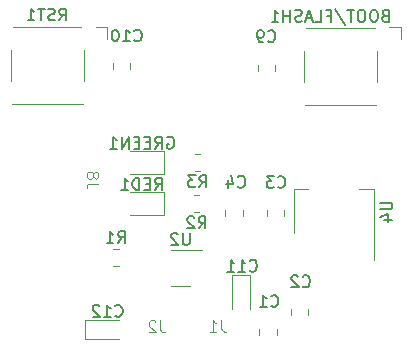
<source format=gbr>
%TF.GenerationSoftware,KiCad,Pcbnew,7.0.5*%
%TF.CreationDate,2024-06-06T18:36:07+01:00*%
%TF.ProjectId,smartwatch,736d6172-7477-4617-9463-682e6b696361,rev?*%
%TF.SameCoordinates,Original*%
%TF.FileFunction,Legend,Bot*%
%TF.FilePolarity,Positive*%
%FSLAX46Y46*%
G04 Gerber Fmt 4.6, Leading zero omitted, Abs format (unit mm)*
G04 Created by KiCad (PCBNEW 7.0.5) date 2024-06-06 18:36:07*
%MOMM*%
%LPD*%
G01*
G04 APERTURE LIST*
%ADD10C,0.150000*%
%ADD11C,0.100000*%
%ADD12C,0.120000*%
G04 APERTURE END LIST*
D10*
%TO.C,U4*%
X61284819Y-48138095D02*
X62094342Y-48138095D01*
X62094342Y-48138095D02*
X62189580Y-48185714D01*
X62189580Y-48185714D02*
X62237200Y-48233333D01*
X62237200Y-48233333D02*
X62284819Y-48328571D01*
X62284819Y-48328571D02*
X62284819Y-48519047D01*
X62284819Y-48519047D02*
X62237200Y-48614285D01*
X62237200Y-48614285D02*
X62189580Y-48661904D01*
X62189580Y-48661904D02*
X62094342Y-48709523D01*
X62094342Y-48709523D02*
X61284819Y-48709523D01*
X61618152Y-49614285D02*
X62284819Y-49614285D01*
X61237200Y-49376190D02*
X61951485Y-49138095D01*
X61951485Y-49138095D02*
X61951485Y-49757142D01*
%TO.C,R1*%
X39056666Y-51564819D02*
X39389999Y-51088628D01*
X39628094Y-51564819D02*
X39628094Y-50564819D01*
X39628094Y-50564819D02*
X39247142Y-50564819D01*
X39247142Y-50564819D02*
X39151904Y-50612438D01*
X39151904Y-50612438D02*
X39104285Y-50660057D01*
X39104285Y-50660057D02*
X39056666Y-50755295D01*
X39056666Y-50755295D02*
X39056666Y-50898152D01*
X39056666Y-50898152D02*
X39104285Y-50993390D01*
X39104285Y-50993390D02*
X39151904Y-51041009D01*
X39151904Y-51041009D02*
X39247142Y-51088628D01*
X39247142Y-51088628D02*
X39628094Y-51088628D01*
X38104285Y-51564819D02*
X38675713Y-51564819D01*
X38389999Y-51564819D02*
X38389999Y-50564819D01*
X38389999Y-50564819D02*
X38485237Y-50707676D01*
X38485237Y-50707676D02*
X38580475Y-50802914D01*
X38580475Y-50802914D02*
X38675713Y-50850533D01*
%TO.C,R3*%
X45956666Y-46834819D02*
X46289999Y-46358628D01*
X46528094Y-46834819D02*
X46528094Y-45834819D01*
X46528094Y-45834819D02*
X46147142Y-45834819D01*
X46147142Y-45834819D02*
X46051904Y-45882438D01*
X46051904Y-45882438D02*
X46004285Y-45930057D01*
X46004285Y-45930057D02*
X45956666Y-46025295D01*
X45956666Y-46025295D02*
X45956666Y-46168152D01*
X45956666Y-46168152D02*
X46004285Y-46263390D01*
X46004285Y-46263390D02*
X46051904Y-46311009D01*
X46051904Y-46311009D02*
X46147142Y-46358628D01*
X46147142Y-46358628D02*
X46528094Y-46358628D01*
X45623332Y-45834819D02*
X45004285Y-45834819D01*
X45004285Y-45834819D02*
X45337618Y-46215771D01*
X45337618Y-46215771D02*
X45194761Y-46215771D01*
X45194761Y-46215771D02*
X45099523Y-46263390D01*
X45099523Y-46263390D02*
X45051904Y-46311009D01*
X45051904Y-46311009D02*
X45004285Y-46406247D01*
X45004285Y-46406247D02*
X45004285Y-46644342D01*
X45004285Y-46644342D02*
X45051904Y-46739580D01*
X45051904Y-46739580D02*
X45099523Y-46787200D01*
X45099523Y-46787200D02*
X45194761Y-46834819D01*
X45194761Y-46834819D02*
X45480475Y-46834819D01*
X45480475Y-46834819D02*
X45575713Y-46787200D01*
X45575713Y-46787200D02*
X45623332Y-46739580D01*
%TO.C,U2*%
X45129404Y-50724819D02*
X45129404Y-51534342D01*
X45129404Y-51534342D02*
X45081785Y-51629580D01*
X45081785Y-51629580D02*
X45034166Y-51677200D01*
X45034166Y-51677200D02*
X44938928Y-51724819D01*
X44938928Y-51724819D02*
X44748452Y-51724819D01*
X44748452Y-51724819D02*
X44653214Y-51677200D01*
X44653214Y-51677200D02*
X44605595Y-51629580D01*
X44605595Y-51629580D02*
X44557976Y-51534342D01*
X44557976Y-51534342D02*
X44557976Y-50724819D01*
X44129404Y-50820057D02*
X44081785Y-50772438D01*
X44081785Y-50772438D02*
X43986547Y-50724819D01*
X43986547Y-50724819D02*
X43748452Y-50724819D01*
X43748452Y-50724819D02*
X43653214Y-50772438D01*
X43653214Y-50772438D02*
X43605595Y-50820057D01*
X43605595Y-50820057D02*
X43557976Y-50915295D01*
X43557976Y-50915295D02*
X43557976Y-51010533D01*
X43557976Y-51010533D02*
X43605595Y-51153390D01*
X43605595Y-51153390D02*
X44177023Y-51724819D01*
X44177023Y-51724819D02*
X43557976Y-51724819D01*
%TO.C,BOOT/FLASH1*%
X61679047Y-32301009D02*
X61536190Y-32348628D01*
X61536190Y-32348628D02*
X61488571Y-32396247D01*
X61488571Y-32396247D02*
X61440952Y-32491485D01*
X61440952Y-32491485D02*
X61440952Y-32634342D01*
X61440952Y-32634342D02*
X61488571Y-32729580D01*
X61488571Y-32729580D02*
X61536190Y-32777200D01*
X61536190Y-32777200D02*
X61631428Y-32824819D01*
X61631428Y-32824819D02*
X62012380Y-32824819D01*
X62012380Y-32824819D02*
X62012380Y-31824819D01*
X62012380Y-31824819D02*
X61679047Y-31824819D01*
X61679047Y-31824819D02*
X61583809Y-31872438D01*
X61583809Y-31872438D02*
X61536190Y-31920057D01*
X61536190Y-31920057D02*
X61488571Y-32015295D01*
X61488571Y-32015295D02*
X61488571Y-32110533D01*
X61488571Y-32110533D02*
X61536190Y-32205771D01*
X61536190Y-32205771D02*
X61583809Y-32253390D01*
X61583809Y-32253390D02*
X61679047Y-32301009D01*
X61679047Y-32301009D02*
X62012380Y-32301009D01*
X60821904Y-31824819D02*
X60631428Y-31824819D01*
X60631428Y-31824819D02*
X60536190Y-31872438D01*
X60536190Y-31872438D02*
X60440952Y-31967676D01*
X60440952Y-31967676D02*
X60393333Y-32158152D01*
X60393333Y-32158152D02*
X60393333Y-32491485D01*
X60393333Y-32491485D02*
X60440952Y-32681961D01*
X60440952Y-32681961D02*
X60536190Y-32777200D01*
X60536190Y-32777200D02*
X60631428Y-32824819D01*
X60631428Y-32824819D02*
X60821904Y-32824819D01*
X60821904Y-32824819D02*
X60917142Y-32777200D01*
X60917142Y-32777200D02*
X61012380Y-32681961D01*
X61012380Y-32681961D02*
X61059999Y-32491485D01*
X61059999Y-32491485D02*
X61059999Y-32158152D01*
X61059999Y-32158152D02*
X61012380Y-31967676D01*
X61012380Y-31967676D02*
X60917142Y-31872438D01*
X60917142Y-31872438D02*
X60821904Y-31824819D01*
X59774285Y-31824819D02*
X59583809Y-31824819D01*
X59583809Y-31824819D02*
X59488571Y-31872438D01*
X59488571Y-31872438D02*
X59393333Y-31967676D01*
X59393333Y-31967676D02*
X59345714Y-32158152D01*
X59345714Y-32158152D02*
X59345714Y-32491485D01*
X59345714Y-32491485D02*
X59393333Y-32681961D01*
X59393333Y-32681961D02*
X59488571Y-32777200D01*
X59488571Y-32777200D02*
X59583809Y-32824819D01*
X59583809Y-32824819D02*
X59774285Y-32824819D01*
X59774285Y-32824819D02*
X59869523Y-32777200D01*
X59869523Y-32777200D02*
X59964761Y-32681961D01*
X59964761Y-32681961D02*
X60012380Y-32491485D01*
X60012380Y-32491485D02*
X60012380Y-32158152D01*
X60012380Y-32158152D02*
X59964761Y-31967676D01*
X59964761Y-31967676D02*
X59869523Y-31872438D01*
X59869523Y-31872438D02*
X59774285Y-31824819D01*
X59059999Y-31824819D02*
X58488571Y-31824819D01*
X58774285Y-32824819D02*
X58774285Y-31824819D01*
X57440952Y-31777200D02*
X58298094Y-33062914D01*
X56774285Y-32301009D02*
X57107618Y-32301009D01*
X57107618Y-32824819D02*
X57107618Y-31824819D01*
X57107618Y-31824819D02*
X56631428Y-31824819D01*
X55774285Y-32824819D02*
X56250475Y-32824819D01*
X56250475Y-32824819D02*
X56250475Y-31824819D01*
X55488570Y-32539104D02*
X55012380Y-32539104D01*
X55583808Y-32824819D02*
X55250475Y-31824819D01*
X55250475Y-31824819D02*
X54917142Y-32824819D01*
X54631427Y-32777200D02*
X54488570Y-32824819D01*
X54488570Y-32824819D02*
X54250475Y-32824819D01*
X54250475Y-32824819D02*
X54155237Y-32777200D01*
X54155237Y-32777200D02*
X54107618Y-32729580D01*
X54107618Y-32729580D02*
X54059999Y-32634342D01*
X54059999Y-32634342D02*
X54059999Y-32539104D01*
X54059999Y-32539104D02*
X54107618Y-32443866D01*
X54107618Y-32443866D02*
X54155237Y-32396247D01*
X54155237Y-32396247D02*
X54250475Y-32348628D01*
X54250475Y-32348628D02*
X54440951Y-32301009D01*
X54440951Y-32301009D02*
X54536189Y-32253390D01*
X54536189Y-32253390D02*
X54583808Y-32205771D01*
X54583808Y-32205771D02*
X54631427Y-32110533D01*
X54631427Y-32110533D02*
X54631427Y-32015295D01*
X54631427Y-32015295D02*
X54583808Y-31920057D01*
X54583808Y-31920057D02*
X54536189Y-31872438D01*
X54536189Y-31872438D02*
X54440951Y-31824819D01*
X54440951Y-31824819D02*
X54202856Y-31824819D01*
X54202856Y-31824819D02*
X54059999Y-31872438D01*
X53631427Y-32824819D02*
X53631427Y-31824819D01*
X53631427Y-32301009D02*
X53059999Y-32301009D01*
X53059999Y-32824819D02*
X53059999Y-31824819D01*
X52059999Y-32824819D02*
X52631427Y-32824819D01*
X52345713Y-32824819D02*
X52345713Y-31824819D01*
X52345713Y-31824819D02*
X52440951Y-31967676D01*
X52440951Y-31967676D02*
X52536189Y-32062914D01*
X52536189Y-32062914D02*
X52631427Y-32110533D01*
%TO.C,C11*%
X50212857Y-53879580D02*
X50260476Y-53927200D01*
X50260476Y-53927200D02*
X50403333Y-53974819D01*
X50403333Y-53974819D02*
X50498571Y-53974819D01*
X50498571Y-53974819D02*
X50641428Y-53927200D01*
X50641428Y-53927200D02*
X50736666Y-53831961D01*
X50736666Y-53831961D02*
X50784285Y-53736723D01*
X50784285Y-53736723D02*
X50831904Y-53546247D01*
X50831904Y-53546247D02*
X50831904Y-53403390D01*
X50831904Y-53403390D02*
X50784285Y-53212914D01*
X50784285Y-53212914D02*
X50736666Y-53117676D01*
X50736666Y-53117676D02*
X50641428Y-53022438D01*
X50641428Y-53022438D02*
X50498571Y-52974819D01*
X50498571Y-52974819D02*
X50403333Y-52974819D01*
X50403333Y-52974819D02*
X50260476Y-53022438D01*
X50260476Y-53022438D02*
X50212857Y-53070057D01*
X49260476Y-53974819D02*
X49831904Y-53974819D01*
X49546190Y-53974819D02*
X49546190Y-52974819D01*
X49546190Y-52974819D02*
X49641428Y-53117676D01*
X49641428Y-53117676D02*
X49736666Y-53212914D01*
X49736666Y-53212914D02*
X49831904Y-53260533D01*
X48308095Y-53974819D02*
X48879523Y-53974819D01*
X48593809Y-53974819D02*
X48593809Y-52974819D01*
X48593809Y-52974819D02*
X48689047Y-53117676D01*
X48689047Y-53117676D02*
X48784285Y-53212914D01*
X48784285Y-53212914D02*
X48879523Y-53260533D01*
%TO.C,C1*%
X52026666Y-56869580D02*
X52074285Y-56917200D01*
X52074285Y-56917200D02*
X52217142Y-56964819D01*
X52217142Y-56964819D02*
X52312380Y-56964819D01*
X52312380Y-56964819D02*
X52455237Y-56917200D01*
X52455237Y-56917200D02*
X52550475Y-56821961D01*
X52550475Y-56821961D02*
X52598094Y-56726723D01*
X52598094Y-56726723D02*
X52645713Y-56536247D01*
X52645713Y-56536247D02*
X52645713Y-56393390D01*
X52645713Y-56393390D02*
X52598094Y-56202914D01*
X52598094Y-56202914D02*
X52550475Y-56107676D01*
X52550475Y-56107676D02*
X52455237Y-56012438D01*
X52455237Y-56012438D02*
X52312380Y-55964819D01*
X52312380Y-55964819D02*
X52217142Y-55964819D01*
X52217142Y-55964819D02*
X52074285Y-56012438D01*
X52074285Y-56012438D02*
X52026666Y-56060057D01*
X51074285Y-56964819D02*
X51645713Y-56964819D01*
X51359999Y-56964819D02*
X51359999Y-55964819D01*
X51359999Y-55964819D02*
X51455237Y-56107676D01*
X51455237Y-56107676D02*
X51550475Y-56202914D01*
X51550475Y-56202914D02*
X51645713Y-56250533D01*
%TO.C,C10*%
X40442857Y-34389580D02*
X40490476Y-34437200D01*
X40490476Y-34437200D02*
X40633333Y-34484819D01*
X40633333Y-34484819D02*
X40728571Y-34484819D01*
X40728571Y-34484819D02*
X40871428Y-34437200D01*
X40871428Y-34437200D02*
X40966666Y-34341961D01*
X40966666Y-34341961D02*
X41014285Y-34246723D01*
X41014285Y-34246723D02*
X41061904Y-34056247D01*
X41061904Y-34056247D02*
X41061904Y-33913390D01*
X41061904Y-33913390D02*
X41014285Y-33722914D01*
X41014285Y-33722914D02*
X40966666Y-33627676D01*
X40966666Y-33627676D02*
X40871428Y-33532438D01*
X40871428Y-33532438D02*
X40728571Y-33484819D01*
X40728571Y-33484819D02*
X40633333Y-33484819D01*
X40633333Y-33484819D02*
X40490476Y-33532438D01*
X40490476Y-33532438D02*
X40442857Y-33580057D01*
X39490476Y-34484819D02*
X40061904Y-34484819D01*
X39776190Y-34484819D02*
X39776190Y-33484819D01*
X39776190Y-33484819D02*
X39871428Y-33627676D01*
X39871428Y-33627676D02*
X39966666Y-33722914D01*
X39966666Y-33722914D02*
X40061904Y-33770533D01*
X38871428Y-33484819D02*
X38776190Y-33484819D01*
X38776190Y-33484819D02*
X38680952Y-33532438D01*
X38680952Y-33532438D02*
X38633333Y-33580057D01*
X38633333Y-33580057D02*
X38585714Y-33675295D01*
X38585714Y-33675295D02*
X38538095Y-33865771D01*
X38538095Y-33865771D02*
X38538095Y-34103866D01*
X38538095Y-34103866D02*
X38585714Y-34294342D01*
X38585714Y-34294342D02*
X38633333Y-34389580D01*
X38633333Y-34389580D02*
X38680952Y-34437200D01*
X38680952Y-34437200D02*
X38776190Y-34484819D01*
X38776190Y-34484819D02*
X38871428Y-34484819D01*
X38871428Y-34484819D02*
X38966666Y-34437200D01*
X38966666Y-34437200D02*
X39014285Y-34389580D01*
X39014285Y-34389580D02*
X39061904Y-34294342D01*
X39061904Y-34294342D02*
X39109523Y-34103866D01*
X39109523Y-34103866D02*
X39109523Y-33865771D01*
X39109523Y-33865771D02*
X39061904Y-33675295D01*
X39061904Y-33675295D02*
X39014285Y-33580057D01*
X39014285Y-33580057D02*
X38966666Y-33532438D01*
X38966666Y-33532438D02*
X38871428Y-33484819D01*
%TO.C,C3*%
X52596666Y-46809580D02*
X52644285Y-46857200D01*
X52644285Y-46857200D02*
X52787142Y-46904819D01*
X52787142Y-46904819D02*
X52882380Y-46904819D01*
X52882380Y-46904819D02*
X53025237Y-46857200D01*
X53025237Y-46857200D02*
X53120475Y-46761961D01*
X53120475Y-46761961D02*
X53168094Y-46666723D01*
X53168094Y-46666723D02*
X53215713Y-46476247D01*
X53215713Y-46476247D02*
X53215713Y-46333390D01*
X53215713Y-46333390D02*
X53168094Y-46142914D01*
X53168094Y-46142914D02*
X53120475Y-46047676D01*
X53120475Y-46047676D02*
X53025237Y-45952438D01*
X53025237Y-45952438D02*
X52882380Y-45904819D01*
X52882380Y-45904819D02*
X52787142Y-45904819D01*
X52787142Y-45904819D02*
X52644285Y-45952438D01*
X52644285Y-45952438D02*
X52596666Y-46000057D01*
X52263332Y-45904819D02*
X51644285Y-45904819D01*
X51644285Y-45904819D02*
X51977618Y-46285771D01*
X51977618Y-46285771D02*
X51834761Y-46285771D01*
X51834761Y-46285771D02*
X51739523Y-46333390D01*
X51739523Y-46333390D02*
X51691904Y-46381009D01*
X51691904Y-46381009D02*
X51644285Y-46476247D01*
X51644285Y-46476247D02*
X51644285Y-46714342D01*
X51644285Y-46714342D02*
X51691904Y-46809580D01*
X51691904Y-46809580D02*
X51739523Y-46857200D01*
X51739523Y-46857200D02*
X51834761Y-46904819D01*
X51834761Y-46904819D02*
X52120475Y-46904819D01*
X52120475Y-46904819D02*
X52215713Y-46857200D01*
X52215713Y-46857200D02*
X52263332Y-46809580D01*
%TO.C,GREEN1*%
X43247857Y-42612438D02*
X43343095Y-42564819D01*
X43343095Y-42564819D02*
X43485952Y-42564819D01*
X43485952Y-42564819D02*
X43628809Y-42612438D01*
X43628809Y-42612438D02*
X43724047Y-42707676D01*
X43724047Y-42707676D02*
X43771666Y-42802914D01*
X43771666Y-42802914D02*
X43819285Y-42993390D01*
X43819285Y-42993390D02*
X43819285Y-43136247D01*
X43819285Y-43136247D02*
X43771666Y-43326723D01*
X43771666Y-43326723D02*
X43724047Y-43421961D01*
X43724047Y-43421961D02*
X43628809Y-43517200D01*
X43628809Y-43517200D02*
X43485952Y-43564819D01*
X43485952Y-43564819D02*
X43390714Y-43564819D01*
X43390714Y-43564819D02*
X43247857Y-43517200D01*
X43247857Y-43517200D02*
X43200238Y-43469580D01*
X43200238Y-43469580D02*
X43200238Y-43136247D01*
X43200238Y-43136247D02*
X43390714Y-43136247D01*
X42200238Y-43564819D02*
X42533571Y-43088628D01*
X42771666Y-43564819D02*
X42771666Y-42564819D01*
X42771666Y-42564819D02*
X42390714Y-42564819D01*
X42390714Y-42564819D02*
X42295476Y-42612438D01*
X42295476Y-42612438D02*
X42247857Y-42660057D01*
X42247857Y-42660057D02*
X42200238Y-42755295D01*
X42200238Y-42755295D02*
X42200238Y-42898152D01*
X42200238Y-42898152D02*
X42247857Y-42993390D01*
X42247857Y-42993390D02*
X42295476Y-43041009D01*
X42295476Y-43041009D02*
X42390714Y-43088628D01*
X42390714Y-43088628D02*
X42771666Y-43088628D01*
X41771666Y-43041009D02*
X41438333Y-43041009D01*
X41295476Y-43564819D02*
X41771666Y-43564819D01*
X41771666Y-43564819D02*
X41771666Y-42564819D01*
X41771666Y-42564819D02*
X41295476Y-42564819D01*
X40866904Y-43041009D02*
X40533571Y-43041009D01*
X40390714Y-43564819D02*
X40866904Y-43564819D01*
X40866904Y-43564819D02*
X40866904Y-42564819D01*
X40866904Y-42564819D02*
X40390714Y-42564819D01*
X39962142Y-43564819D02*
X39962142Y-42564819D01*
X39962142Y-42564819D02*
X39390714Y-43564819D01*
X39390714Y-43564819D02*
X39390714Y-42564819D01*
X38390714Y-43564819D02*
X38962142Y-43564819D01*
X38676428Y-43564819D02*
X38676428Y-42564819D01*
X38676428Y-42564819D02*
X38771666Y-42707676D01*
X38771666Y-42707676D02*
X38866904Y-42802914D01*
X38866904Y-42802914D02*
X38962142Y-42850533D01*
%TO.C,RST1*%
X34083809Y-32704819D02*
X34417142Y-32228628D01*
X34655237Y-32704819D02*
X34655237Y-31704819D01*
X34655237Y-31704819D02*
X34274285Y-31704819D01*
X34274285Y-31704819D02*
X34179047Y-31752438D01*
X34179047Y-31752438D02*
X34131428Y-31800057D01*
X34131428Y-31800057D02*
X34083809Y-31895295D01*
X34083809Y-31895295D02*
X34083809Y-32038152D01*
X34083809Y-32038152D02*
X34131428Y-32133390D01*
X34131428Y-32133390D02*
X34179047Y-32181009D01*
X34179047Y-32181009D02*
X34274285Y-32228628D01*
X34274285Y-32228628D02*
X34655237Y-32228628D01*
X33702856Y-32657200D02*
X33559999Y-32704819D01*
X33559999Y-32704819D02*
X33321904Y-32704819D01*
X33321904Y-32704819D02*
X33226666Y-32657200D01*
X33226666Y-32657200D02*
X33179047Y-32609580D01*
X33179047Y-32609580D02*
X33131428Y-32514342D01*
X33131428Y-32514342D02*
X33131428Y-32419104D01*
X33131428Y-32419104D02*
X33179047Y-32323866D01*
X33179047Y-32323866D02*
X33226666Y-32276247D01*
X33226666Y-32276247D02*
X33321904Y-32228628D01*
X33321904Y-32228628D02*
X33512380Y-32181009D01*
X33512380Y-32181009D02*
X33607618Y-32133390D01*
X33607618Y-32133390D02*
X33655237Y-32085771D01*
X33655237Y-32085771D02*
X33702856Y-31990533D01*
X33702856Y-31990533D02*
X33702856Y-31895295D01*
X33702856Y-31895295D02*
X33655237Y-31800057D01*
X33655237Y-31800057D02*
X33607618Y-31752438D01*
X33607618Y-31752438D02*
X33512380Y-31704819D01*
X33512380Y-31704819D02*
X33274285Y-31704819D01*
X33274285Y-31704819D02*
X33131428Y-31752438D01*
X32845713Y-31704819D02*
X32274285Y-31704819D01*
X32559999Y-32704819D02*
X32559999Y-31704819D01*
X31417142Y-32704819D02*
X31988570Y-32704819D01*
X31702856Y-32704819D02*
X31702856Y-31704819D01*
X31702856Y-31704819D02*
X31798094Y-31847676D01*
X31798094Y-31847676D02*
X31893332Y-31942914D01*
X31893332Y-31942914D02*
X31988570Y-31990533D01*
D11*
%TO.C,J8*%
X37408580Y-46533333D02*
X36694295Y-46533333D01*
X36694295Y-46533333D02*
X36551438Y-46580952D01*
X36551438Y-46580952D02*
X36456200Y-46676190D01*
X36456200Y-46676190D02*
X36408580Y-46819047D01*
X36408580Y-46819047D02*
X36408580Y-46914285D01*
X36980009Y-45914285D02*
X37027628Y-46009523D01*
X37027628Y-46009523D02*
X37075247Y-46057142D01*
X37075247Y-46057142D02*
X37170485Y-46104761D01*
X37170485Y-46104761D02*
X37218104Y-46104761D01*
X37218104Y-46104761D02*
X37313342Y-46057142D01*
X37313342Y-46057142D02*
X37360961Y-46009523D01*
X37360961Y-46009523D02*
X37408580Y-45914285D01*
X37408580Y-45914285D02*
X37408580Y-45723809D01*
X37408580Y-45723809D02*
X37360961Y-45628571D01*
X37360961Y-45628571D02*
X37313342Y-45580952D01*
X37313342Y-45580952D02*
X37218104Y-45533333D01*
X37218104Y-45533333D02*
X37170485Y-45533333D01*
X37170485Y-45533333D02*
X37075247Y-45580952D01*
X37075247Y-45580952D02*
X37027628Y-45628571D01*
X37027628Y-45628571D02*
X36980009Y-45723809D01*
X36980009Y-45723809D02*
X36980009Y-45914285D01*
X36980009Y-45914285D02*
X36932390Y-46009523D01*
X36932390Y-46009523D02*
X36884771Y-46057142D01*
X36884771Y-46057142D02*
X36789533Y-46104761D01*
X36789533Y-46104761D02*
X36599057Y-46104761D01*
X36599057Y-46104761D02*
X36503819Y-46057142D01*
X36503819Y-46057142D02*
X36456200Y-46009523D01*
X36456200Y-46009523D02*
X36408580Y-45914285D01*
X36408580Y-45914285D02*
X36408580Y-45723809D01*
X36408580Y-45723809D02*
X36456200Y-45628571D01*
X36456200Y-45628571D02*
X36503819Y-45580952D01*
X36503819Y-45580952D02*
X36599057Y-45533333D01*
X36599057Y-45533333D02*
X36789533Y-45533333D01*
X36789533Y-45533333D02*
X36884771Y-45580952D01*
X36884771Y-45580952D02*
X36932390Y-45628571D01*
X36932390Y-45628571D02*
X36980009Y-45723809D01*
D10*
%TO.C,C4*%
X49206666Y-46769580D02*
X49254285Y-46817200D01*
X49254285Y-46817200D02*
X49397142Y-46864819D01*
X49397142Y-46864819D02*
X49492380Y-46864819D01*
X49492380Y-46864819D02*
X49635237Y-46817200D01*
X49635237Y-46817200D02*
X49730475Y-46721961D01*
X49730475Y-46721961D02*
X49778094Y-46626723D01*
X49778094Y-46626723D02*
X49825713Y-46436247D01*
X49825713Y-46436247D02*
X49825713Y-46293390D01*
X49825713Y-46293390D02*
X49778094Y-46102914D01*
X49778094Y-46102914D02*
X49730475Y-46007676D01*
X49730475Y-46007676D02*
X49635237Y-45912438D01*
X49635237Y-45912438D02*
X49492380Y-45864819D01*
X49492380Y-45864819D02*
X49397142Y-45864819D01*
X49397142Y-45864819D02*
X49254285Y-45912438D01*
X49254285Y-45912438D02*
X49206666Y-45960057D01*
X48349523Y-46198152D02*
X48349523Y-46864819D01*
X48587618Y-45817200D02*
X48825713Y-46531485D01*
X48825713Y-46531485D02*
X48206666Y-46531485D01*
%TO.C,R2*%
X45886666Y-50314819D02*
X46219999Y-49838628D01*
X46458094Y-50314819D02*
X46458094Y-49314819D01*
X46458094Y-49314819D02*
X46077142Y-49314819D01*
X46077142Y-49314819D02*
X45981904Y-49362438D01*
X45981904Y-49362438D02*
X45934285Y-49410057D01*
X45934285Y-49410057D02*
X45886666Y-49505295D01*
X45886666Y-49505295D02*
X45886666Y-49648152D01*
X45886666Y-49648152D02*
X45934285Y-49743390D01*
X45934285Y-49743390D02*
X45981904Y-49791009D01*
X45981904Y-49791009D02*
X46077142Y-49838628D01*
X46077142Y-49838628D02*
X46458094Y-49838628D01*
X45505713Y-49410057D02*
X45458094Y-49362438D01*
X45458094Y-49362438D02*
X45362856Y-49314819D01*
X45362856Y-49314819D02*
X45124761Y-49314819D01*
X45124761Y-49314819D02*
X45029523Y-49362438D01*
X45029523Y-49362438D02*
X44981904Y-49410057D01*
X44981904Y-49410057D02*
X44934285Y-49505295D01*
X44934285Y-49505295D02*
X44934285Y-49600533D01*
X44934285Y-49600533D02*
X44981904Y-49743390D01*
X44981904Y-49743390D02*
X45553332Y-50314819D01*
X45553332Y-50314819D02*
X44934285Y-50314819D01*
%TO.C,RED1*%
X42189047Y-47044819D02*
X42522380Y-46568628D01*
X42760475Y-47044819D02*
X42760475Y-46044819D01*
X42760475Y-46044819D02*
X42379523Y-46044819D01*
X42379523Y-46044819D02*
X42284285Y-46092438D01*
X42284285Y-46092438D02*
X42236666Y-46140057D01*
X42236666Y-46140057D02*
X42189047Y-46235295D01*
X42189047Y-46235295D02*
X42189047Y-46378152D01*
X42189047Y-46378152D02*
X42236666Y-46473390D01*
X42236666Y-46473390D02*
X42284285Y-46521009D01*
X42284285Y-46521009D02*
X42379523Y-46568628D01*
X42379523Y-46568628D02*
X42760475Y-46568628D01*
X41760475Y-46521009D02*
X41427142Y-46521009D01*
X41284285Y-47044819D02*
X41760475Y-47044819D01*
X41760475Y-47044819D02*
X41760475Y-46044819D01*
X41760475Y-46044819D02*
X41284285Y-46044819D01*
X40855713Y-47044819D02*
X40855713Y-46044819D01*
X40855713Y-46044819D02*
X40617618Y-46044819D01*
X40617618Y-46044819D02*
X40474761Y-46092438D01*
X40474761Y-46092438D02*
X40379523Y-46187676D01*
X40379523Y-46187676D02*
X40331904Y-46282914D01*
X40331904Y-46282914D02*
X40284285Y-46473390D01*
X40284285Y-46473390D02*
X40284285Y-46616247D01*
X40284285Y-46616247D02*
X40331904Y-46806723D01*
X40331904Y-46806723D02*
X40379523Y-46901961D01*
X40379523Y-46901961D02*
X40474761Y-46997200D01*
X40474761Y-46997200D02*
X40617618Y-47044819D01*
X40617618Y-47044819D02*
X40855713Y-47044819D01*
X39331904Y-47044819D02*
X39903332Y-47044819D01*
X39617618Y-47044819D02*
X39617618Y-46044819D01*
X39617618Y-46044819D02*
X39712856Y-46187676D01*
X39712856Y-46187676D02*
X39808094Y-46282914D01*
X39808094Y-46282914D02*
X39903332Y-46330533D01*
%TO.C,C2*%
X54686666Y-55209580D02*
X54734285Y-55257200D01*
X54734285Y-55257200D02*
X54877142Y-55304819D01*
X54877142Y-55304819D02*
X54972380Y-55304819D01*
X54972380Y-55304819D02*
X55115237Y-55257200D01*
X55115237Y-55257200D02*
X55210475Y-55161961D01*
X55210475Y-55161961D02*
X55258094Y-55066723D01*
X55258094Y-55066723D02*
X55305713Y-54876247D01*
X55305713Y-54876247D02*
X55305713Y-54733390D01*
X55305713Y-54733390D02*
X55258094Y-54542914D01*
X55258094Y-54542914D02*
X55210475Y-54447676D01*
X55210475Y-54447676D02*
X55115237Y-54352438D01*
X55115237Y-54352438D02*
X54972380Y-54304819D01*
X54972380Y-54304819D02*
X54877142Y-54304819D01*
X54877142Y-54304819D02*
X54734285Y-54352438D01*
X54734285Y-54352438D02*
X54686666Y-54400057D01*
X54305713Y-54400057D02*
X54258094Y-54352438D01*
X54258094Y-54352438D02*
X54162856Y-54304819D01*
X54162856Y-54304819D02*
X53924761Y-54304819D01*
X53924761Y-54304819D02*
X53829523Y-54352438D01*
X53829523Y-54352438D02*
X53781904Y-54400057D01*
X53781904Y-54400057D02*
X53734285Y-54495295D01*
X53734285Y-54495295D02*
X53734285Y-54590533D01*
X53734285Y-54590533D02*
X53781904Y-54733390D01*
X53781904Y-54733390D02*
X54353332Y-55304819D01*
X54353332Y-55304819D02*
X53734285Y-55304819D01*
%TO.C,C9*%
X51776666Y-34459580D02*
X51824285Y-34507200D01*
X51824285Y-34507200D02*
X51967142Y-34554819D01*
X51967142Y-34554819D02*
X52062380Y-34554819D01*
X52062380Y-34554819D02*
X52205237Y-34507200D01*
X52205237Y-34507200D02*
X52300475Y-34411961D01*
X52300475Y-34411961D02*
X52348094Y-34316723D01*
X52348094Y-34316723D02*
X52395713Y-34126247D01*
X52395713Y-34126247D02*
X52395713Y-33983390D01*
X52395713Y-33983390D02*
X52348094Y-33792914D01*
X52348094Y-33792914D02*
X52300475Y-33697676D01*
X52300475Y-33697676D02*
X52205237Y-33602438D01*
X52205237Y-33602438D02*
X52062380Y-33554819D01*
X52062380Y-33554819D02*
X51967142Y-33554819D01*
X51967142Y-33554819D02*
X51824285Y-33602438D01*
X51824285Y-33602438D02*
X51776666Y-33650057D01*
X51300475Y-34554819D02*
X51109999Y-34554819D01*
X51109999Y-34554819D02*
X51014761Y-34507200D01*
X51014761Y-34507200D02*
X50967142Y-34459580D01*
X50967142Y-34459580D02*
X50871904Y-34316723D01*
X50871904Y-34316723D02*
X50824285Y-34126247D01*
X50824285Y-34126247D02*
X50824285Y-33745295D01*
X50824285Y-33745295D02*
X50871904Y-33650057D01*
X50871904Y-33650057D02*
X50919523Y-33602438D01*
X50919523Y-33602438D02*
X51014761Y-33554819D01*
X51014761Y-33554819D02*
X51205237Y-33554819D01*
X51205237Y-33554819D02*
X51300475Y-33602438D01*
X51300475Y-33602438D02*
X51348094Y-33650057D01*
X51348094Y-33650057D02*
X51395713Y-33745295D01*
X51395713Y-33745295D02*
X51395713Y-33983390D01*
X51395713Y-33983390D02*
X51348094Y-34078628D01*
X51348094Y-34078628D02*
X51300475Y-34126247D01*
X51300475Y-34126247D02*
X51205237Y-34173866D01*
X51205237Y-34173866D02*
X51014761Y-34173866D01*
X51014761Y-34173866D02*
X50919523Y-34126247D01*
X50919523Y-34126247D02*
X50871904Y-34078628D01*
X50871904Y-34078628D02*
X50824285Y-33983390D01*
%TO.C,C12*%
X38822857Y-57699580D02*
X38870476Y-57747200D01*
X38870476Y-57747200D02*
X39013333Y-57794819D01*
X39013333Y-57794819D02*
X39108571Y-57794819D01*
X39108571Y-57794819D02*
X39251428Y-57747200D01*
X39251428Y-57747200D02*
X39346666Y-57651961D01*
X39346666Y-57651961D02*
X39394285Y-57556723D01*
X39394285Y-57556723D02*
X39441904Y-57366247D01*
X39441904Y-57366247D02*
X39441904Y-57223390D01*
X39441904Y-57223390D02*
X39394285Y-57032914D01*
X39394285Y-57032914D02*
X39346666Y-56937676D01*
X39346666Y-56937676D02*
X39251428Y-56842438D01*
X39251428Y-56842438D02*
X39108571Y-56794819D01*
X39108571Y-56794819D02*
X39013333Y-56794819D01*
X39013333Y-56794819D02*
X38870476Y-56842438D01*
X38870476Y-56842438D02*
X38822857Y-56890057D01*
X37870476Y-57794819D02*
X38441904Y-57794819D01*
X38156190Y-57794819D02*
X38156190Y-56794819D01*
X38156190Y-56794819D02*
X38251428Y-56937676D01*
X38251428Y-56937676D02*
X38346666Y-57032914D01*
X38346666Y-57032914D02*
X38441904Y-57080533D01*
X37489523Y-56890057D02*
X37441904Y-56842438D01*
X37441904Y-56842438D02*
X37346666Y-56794819D01*
X37346666Y-56794819D02*
X37108571Y-56794819D01*
X37108571Y-56794819D02*
X37013333Y-56842438D01*
X37013333Y-56842438D02*
X36965714Y-56890057D01*
X36965714Y-56890057D02*
X36918095Y-56985295D01*
X36918095Y-56985295D02*
X36918095Y-57080533D01*
X36918095Y-57080533D02*
X36965714Y-57223390D01*
X36965714Y-57223390D02*
X37537142Y-57794819D01*
X37537142Y-57794819D02*
X36918095Y-57794819D01*
D11*
%TO.C,J1*%
X47819333Y-58075419D02*
X47819333Y-58789704D01*
X47819333Y-58789704D02*
X47866952Y-58932561D01*
X47866952Y-58932561D02*
X47962190Y-59027800D01*
X47962190Y-59027800D02*
X48105047Y-59075419D01*
X48105047Y-59075419D02*
X48200285Y-59075419D01*
X46819333Y-59075419D02*
X47390761Y-59075419D01*
X47105047Y-59075419D02*
X47105047Y-58075419D01*
X47105047Y-58075419D02*
X47200285Y-58218276D01*
X47200285Y-58218276D02*
X47295523Y-58313514D01*
X47295523Y-58313514D02*
X47390761Y-58361133D01*
%TO.C,J2*%
X42649333Y-58115419D02*
X42649333Y-58829704D01*
X42649333Y-58829704D02*
X42696952Y-58972561D01*
X42696952Y-58972561D02*
X42792190Y-59067800D01*
X42792190Y-59067800D02*
X42935047Y-59115419D01*
X42935047Y-59115419D02*
X43030285Y-59115419D01*
X42220761Y-58210657D02*
X42173142Y-58163038D01*
X42173142Y-58163038D02*
X42077904Y-58115419D01*
X42077904Y-58115419D02*
X41839809Y-58115419D01*
X41839809Y-58115419D02*
X41744571Y-58163038D01*
X41744571Y-58163038D02*
X41696952Y-58210657D01*
X41696952Y-58210657D02*
X41649333Y-58305895D01*
X41649333Y-58305895D02*
X41649333Y-58401133D01*
X41649333Y-58401133D02*
X41696952Y-58543990D01*
X41696952Y-58543990D02*
X42268380Y-59115419D01*
X42268380Y-59115419D02*
X41649333Y-59115419D01*
D12*
%TO.C,U4*%
X60740000Y-53000000D02*
X60740000Y-46990000D01*
X53920000Y-50750000D02*
X53920000Y-46990000D01*
X53920000Y-46990000D02*
X55180000Y-46990000D01*
X60740000Y-46990000D02*
X59480000Y-46990000D01*
%TO.C,R1*%
X39117064Y-53495000D02*
X38662936Y-53495000D01*
X39117064Y-52025000D02*
X38662936Y-52025000D01*
%TO.C,R3*%
X45562936Y-43995000D02*
X46017064Y-43995000D01*
X45562936Y-45465000D02*
X46017064Y-45465000D01*
%TO.C,U2*%
X44367500Y-55230000D02*
X45167500Y-55230000D01*
X44367500Y-55230000D02*
X43567500Y-55230000D01*
X44367500Y-52110000D02*
X46167500Y-52110000D01*
X44367500Y-52110000D02*
X43567500Y-52110000D01*
%TO.C,BOOT/FLASH1*%
X63007500Y-34310000D02*
X63007500Y-33310000D01*
X63007500Y-33310000D02*
X62007500Y-33310000D01*
X61007500Y-35310000D02*
X61007500Y-37910000D01*
X55007500Y-33360000D02*
X60807500Y-33360000D01*
X54907500Y-39860000D02*
X60907500Y-39860000D01*
X54807500Y-35310000D02*
X54807500Y-37910000D01*
%TO.C,C11*%
X50255000Y-54255000D02*
X50255000Y-57140000D01*
X48685000Y-54255000D02*
X50255000Y-54255000D01*
X48685000Y-57140000D02*
X48685000Y-54255000D01*
%TO.C,C1*%
X51025000Y-59321252D02*
X51025000Y-58798748D01*
X52495000Y-59321252D02*
X52495000Y-58798748D01*
%TO.C,C10*%
X38645000Y-36861252D02*
X38645000Y-36338748D01*
X40115000Y-36861252D02*
X40115000Y-36338748D01*
%TO.C,C3*%
X51655000Y-49301252D02*
X51655000Y-48778748D01*
X53125000Y-49301252D02*
X53125000Y-48778748D01*
%TO.C,GREEN1*%
X42965000Y-45720000D02*
X40105000Y-45720000D01*
X42965000Y-43800000D02*
X42965000Y-45720000D01*
X40105000Y-43800000D02*
X42965000Y-43800000D01*
%TO.C,RST1*%
X38160000Y-34250000D02*
X38160000Y-33250000D01*
X38160000Y-33250000D02*
X37160000Y-33250000D01*
X36160000Y-35250000D02*
X36160000Y-37850000D01*
X30160000Y-33300000D02*
X35960000Y-33300000D01*
X30060000Y-39800000D02*
X36060000Y-39800000D01*
X29960000Y-35250000D02*
X29960000Y-37850000D01*
%TO.C,C4*%
X48145000Y-49301252D02*
X48145000Y-48778748D01*
X49615000Y-49301252D02*
X49615000Y-48778748D01*
%TO.C,R2*%
X45492936Y-47475000D02*
X45947064Y-47475000D01*
X45492936Y-48945000D02*
X45947064Y-48945000D01*
%TO.C,RED1*%
X42930000Y-49200000D02*
X40070000Y-49200000D01*
X42930000Y-47280000D02*
X42930000Y-49200000D01*
X40070000Y-47280000D02*
X42930000Y-47280000D01*
%TO.C,C2*%
X53685000Y-57691252D02*
X53685000Y-57168748D01*
X55155000Y-57691252D02*
X55155000Y-57168748D01*
%TO.C,C9*%
X50895000Y-36971252D02*
X50895000Y-36448748D01*
X52365000Y-36971252D02*
X52365000Y-36448748D01*
%TO.C,C12*%
X36280000Y-58115000D02*
X39165000Y-58115000D01*
X36280000Y-59685000D02*
X36280000Y-58115000D01*
X39165000Y-59685000D02*
X36280000Y-59685000D01*
%TD*%
M02*

</source>
